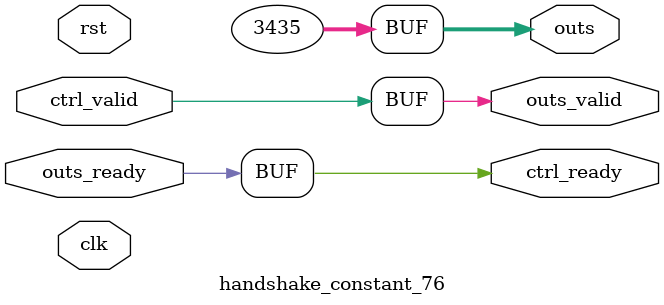
<source format=v>
`timescale 1ns / 1ps
module handshake_constant_76 #(
  parameter DATA_WIDTH = 32  // Default set to 32 bits
) (
  input                       clk,
  input                       rst,
  // Input Channel
  input                       ctrl_valid,
  output                      ctrl_ready,
  // Output Channel
  output [DATA_WIDTH - 1 : 0] outs,
  output                      outs_valid,
  input                       outs_ready
);
  assign outs       = 12'b110101101011;
  assign outs_valid = ctrl_valid;
  assign ctrl_ready = outs_ready;

endmodule

</source>
